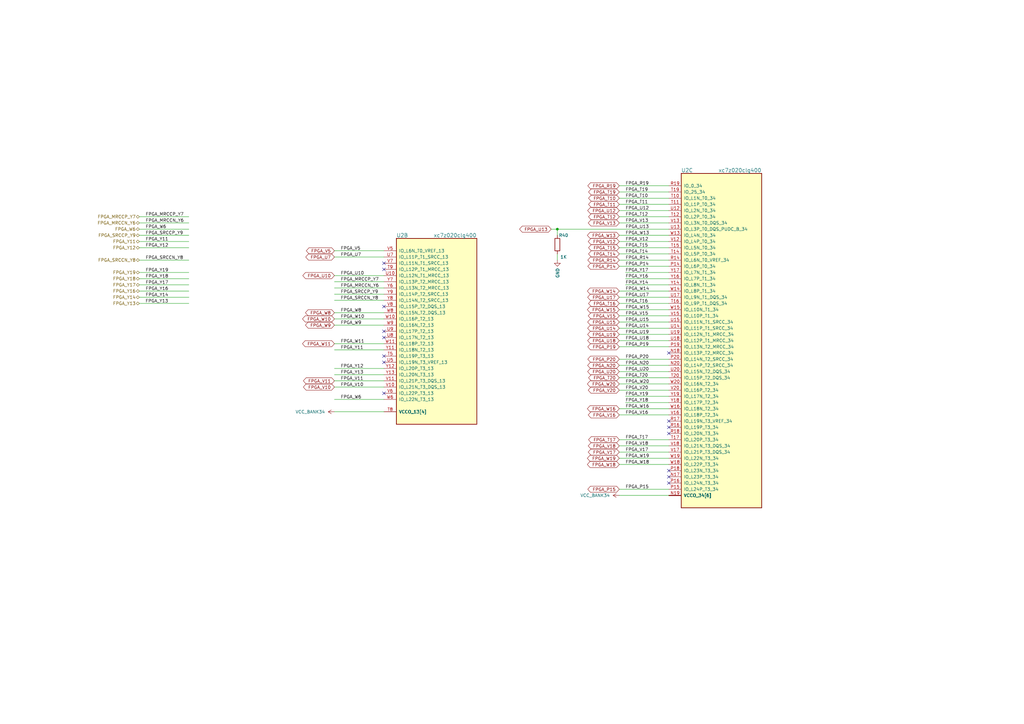
<source format=kicad_sch>
(kicad_sch (version 20220126) (generator eeschema)
  (paper "A3")
  (lib_symbols
    (symbol "7z010_ddr:VCC_BANK34" (power) (pin_names (offset 0))
      (property "Value" "VCC_BANK34" (at 3.81 0 90))
      (symbol "VCC_BANK34_0_1"
        (polyline (pts (xy -0.762 1.27) (xy 0 2.54)))
        (polyline (pts (xy 0 0) (xy 0 2.54)))
        (polyline (pts (xy 0 2.54) (xy 0.762 1.27)))
      )
      (symbol "VCC_BANK34_1_1"
        (pin power_in line (at 0 0 90) (length 0) hide (name "VCC_BANK34") (number "1"))
      )
    )
    (symbol "7z010_ddr:xc7z020clg400" (pin_names (offset 1.016))
      (property "Reference" "U" (at 2.54 6.35 0))
      (property "Value" "xc7z020clg400" (at 12.7 6.35 0))
      (symbol "xc7z020clg400_1_1"
        (rectangle (start 5.08 5.08) (end 38.1 -58.42) (stroke (width 0.3048)) (fill (type background)))
        (pin power_in line (at 0 -17.78 0) (length 5.08) (name "RSVDGND") (number "F10"))
        (pin power_in line (at 0 -40.64 0) (length 5.08) (name "VCCBATT_0") (number "F11"))
        (pin output line (at 0 -33.02 0) (length 5.08) (name "TDO_0") (number "F6"))
        (pin input line (at 0 -27.94 0) (length 5.08) (name "TCK_0") (number "F9"))
        (pin input line (at 0 -30.48 0) (length 5.08) (name "TDI_0") (number "G6"))
        (pin power_in line (at 0 -10.16 0) (length 5.08) (name "GNDADC_0") (number "J10"))
        (pin input line (at 0 -35.56 0) (length 5.08) (name "TMS_0") (number "J6"))
        (pin power_in line (at 0 -38.1 0) (length 5.08) (name "VCCADC_0") (number "J9"))
        (pin input line (at 0 -50.8 0) (length 5.08) (name "VREFN_0") (number "K10"))
        (pin power_in line (at 0 -43.18 0) (length 5.08) (name "VCCO_0") (number "K6"))
        (pin input line (at 0 -48.26 0) (length 5.08) (name "VP_0") (number "K9"))
        (pin input line (at 0 -45.72 0) (length 5.08) (name "VN_0") (number "L10"))
        (pin input line (at 0 -15.24 0) (length 5.08) (name "PROGRAM_B_0") (number "L6"))
        (pin input line (at 0 -53.34 0) (length 5.08) (name "VREFP_0") (number "L9"))
        (pin passive line (at 0 -5.08 0) (length 5.08) (name "DXN_0") (number "M10"))
        (pin input line (at 0 0 0) (length 5.08) (name "CFGBVS_0") (number "M6"))
        (pin passive line (at 0 -7.62 0) (length 5.08) (name "DXP_0") (number "M9"))
        (pin power_in line (at 0 -25.4 0) (length 5.08) (name "RSVDVCC3") (number "N6"))
        (pin input line (at 0 -12.7 0) (length 5.08) (name "INIT_B_0") (number "R10"))
        (pin output line (at 0 -2.54 0) (length 5.08) (name "DONE_0") (number "R11"))
        (pin power_in line (at 0 -22.86 0) (length 5.08) (name "RSVDVCC2") (number "R6"))
        (pin power_in line (at 0 -20.32 0) (length 5.08) (name "RSVDVCC1") (number "T6"))
      )
      (symbol "xc7z020clg400_2_1"
        (rectangle (start 5.08 5.08) (end 38.1 -71.12) (stroke (width 0.3048)) (fill (type background)))
        (pin bidirectional line (at 0 -43.18 0) (length 5.08) (name "IO_L19P_T3_13") (number "T5"))
        (pin power_in line (at 0 -66.04 0) (length 5.08) (name "VCCO_13[4]") (number "T8"))
        (pin bidirectional line (at 0 -7.62 0) (length 5.08) (name "IO_L12P_T1_MRCC_13") (number "T9"))
        (pin bidirectional line (at 0 -10.16 0) (length 5.08) (name "IO_L12N_T1_MRCC_13") (number "U10"))
        (pin power_in line (at 0 -66.04 0) (length 5.08) (name "VCCO_13[4]") (number "U11"))
        (pin bidirectional line (at 0 -45.72 0) (length 5.08) (name "IO_L19N_T3_VREF_13") (number "U5"))
        (pin bidirectional line (at 0 -2.54 0) (length 5.08) (name "IO_L11P_T1_SRCC_13") (number "U7"))
        (pin bidirectional line (at 0 -35.56 0) (length 5.08) (name "IO_L17N_T2_13") (number "U8"))
        (pin bidirectional line (at 0 -33.02 0) (length 5.08) (name "IO_L17P_T2_13") (number "U9"))
        (pin bidirectional line (at 0 -55.88 0) (length 5.08) (name "IO_L21N_T3_DQS_13") (number "V10"))
        (pin bidirectional line (at 0 -53.34 0) (length 5.08) (name "IO_L21P_T3_DQS_13") (number "V11"))
        (pin bidirectional line (at 0 0 0) (length 5.08) (name "IO_L6N_T0_VREF_13") (number "V5"))
        (pin bidirectional line (at 0 -58.42 0) (length 5.08) (name "IO_L22P_T3_13") (number "V6"))
        (pin bidirectional line (at 0 -5.08 0) (length 5.08) (name "IO_L11N_T1_SRCC_13") (number "V7"))
        (pin bidirectional line (at 0 -22.86 0) (length 5.08) (name "IO_L15P_T2_DQS_13") (number "V8"))
        (pin bidirectional line (at 0 -27.94 0) (length 5.08) (name "IO_L16P_T2_13") (number "W10"))
        (pin bidirectional line (at 0 -38.1 0) (length 5.08) (name "IO_L18P_T2_13") (number "W11"))
        (pin bidirectional line (at 0 -60.96 0) (length 5.08) (name "IO_L22N_T3_13") (number "W6"))
        (pin power_in line (at 0 -66.04 0) (length 5.08) (name "VCCO_13[4]") (number "W7"))
        (pin bidirectional line (at 0 -25.4 0) (length 5.08) (name "IO_L15N_T2_DQS_13") (number "W8"))
        (pin bidirectional line (at 0 -30.48 0) (length 5.08) (name "IO_L16N_T2_13") (number "W9"))
        (pin power_in line (at 0 -66.04 0) (length 5.08) (name "VCCO_13[4]") (number "Y10"))
        (pin bidirectional line (at 0 -40.64 0) (length 5.08) (name "IO_L18N_T2_13") (number "Y11"))
        (pin bidirectional line (at 0 -48.26 0) (length 5.08) (name "IO_L20P_T3_13") (number "Y12"))
        (pin bidirectional line (at 0 -50.8 0) (length 5.08) (name "IO_L20N_T3_13") (number "Y13"))
        (pin bidirectional line (at 0 -15.24 0) (length 5.08) (name "IO_L13N_T2_MRCC_13") (number "Y6"))
        (pin bidirectional line (at 0 -12.7 0) (length 5.08) (name "IO_L13P_T2_MRCC_13") (number "Y7"))
        (pin bidirectional line (at 0 -20.32 0) (length 5.08) (name "IO_L14N_T2_SRCC_13") (number "Y8"))
        (pin bidirectional line (at 0 -17.78 0) (length 5.08) (name "IO_L14P_T2_SRCC_13") (number "Y9"))
      )
      (symbol "xc7z020clg400_3_1"
        (rectangle (start 5.08 5.08) (end 38.1 -132.08) (stroke (width 0.3048)) (fill (type background)))
        (pin bidirectional line (at 0 -119.38 0) (length 5.08) (name "IO_L23P_T3_34") (number "N17"))
        (pin bidirectional line (at 0 -68.58 0) (length 5.08) (name "IO_L13P_T2_MRCC_34") (number "N18"))
        (pin power_in line (at 0 -127 0) (length 5.08) (name "VCCO_34[6]") (number "N19"))
        (pin bidirectional line (at 0 -73.66 0) (length 5.08) (name "IO_L14P_T2_SRCC_34") (number "N20"))
        (pin bidirectional line (at 0 -33.02 0) (length 5.08) (name "IO_L6P_T0_34") (number "P14"))
        (pin bidirectional line (at 0 -124.46 0) (length 5.08) (name "IO_L24P_T3_34") (number "P15"))
        (pin bidirectional line (at 0 -121.92 0) (length 5.08) (name "IO_L24N_T3_34") (number "P16"))
        (pin bidirectional line (at 0 -116.84 0) (length 5.08) (name "IO_L23N_T3_34") (number "P18"))
        (pin bidirectional line (at 0 -66.04 0) (length 5.08) (name "IO_L13N_T2_MRCC_34") (number "P19"))
        (pin bidirectional line (at 0 -71.12 0) (length 5.08) (name "IO_L14N_T2_SRCC_34") (number "P20"))
        (pin bidirectional line (at 0 -30.48 0) (length 5.08) (name "IO_L6N_T0_VREF_34") (number "R14"))
        (pin power_in line (at 0 -127 0) (length 5.08) (name "VCCO_34[6]") (number "R15"))
        (pin bidirectional line (at 0 -99.06 0) (length 5.08) (name "IO_L19P_T3_34") (number "R16"))
        (pin bidirectional line (at 0 -96.52 0) (length 5.08) (name "IO_L19N_T3_VREF_34") (number "R17"))
        (pin bidirectional line (at 0 -101.6 0) (length 5.08) (name "IO_L20N_T3_34") (number "R18"))
        (pin bidirectional line (at 0 0 0) (length 5.08) (name "IO_0_34") (number "R19"))
        (pin bidirectional line (at 0 -5.08 0) (length 5.08) (name "IO_L1N_T0_34") (number "T10"))
        (pin bidirectional line (at 0 -7.62 0) (length 5.08) (name "IO_L1P_T0_34") (number "T11"))
        (pin bidirectional line (at 0 -12.7 0) (length 5.08) (name "IO_L2P_T0_34") (number "T12"))
        (pin bidirectional line (at 0 -27.94 0) (length 5.08) (name "IO_L5P_T0_34") (number "T14"))
        (pin bidirectional line (at 0 -25.4 0) (length 5.08) (name "IO_L5N_T0_34") (number "T15"))
        (pin bidirectional line (at 0 -48.26 0) (length 5.08) (name "IO_L9P_T1_DQS_34") (number "T16"))
        (pin bidirectional line (at 0 -104.14 0) (length 5.08) (name "IO_L20P_T3_34") (number "T17"))
        (pin power_in line (at 0 -127 0) (length 5.08) (name "VCCO_34[6]") (number "T18"))
        (pin bidirectional line (at 0 -2.54 0) (length 5.08) (name "IO_25_34") (number "T19"))
        (pin bidirectional line (at 0 -78.74 0) (length 5.08) (name "IO_L15P_T2_DQS_34") (number "T20"))
        (pin bidirectional line (at 0 -10.16 0) (length 5.08) (name "IO_L2N_T0_34") (number "U12"))
        (pin bidirectional line (at 0 -17.78 0) (length 5.08) (name "IO_L3P_T0_DQS_PUDC_B_34") (number "U13"))
        (pin bidirectional line (at 0 -58.42 0) (length 5.08) (name "IO_L11P_T1_SRCC_34") (number "U14"))
        (pin bidirectional line (at 0 -55.88 0) (length 5.08) (name "IO_L11N_T1_SRCC_34") (number "U15"))
        (pin bidirectional line (at 0 -45.72 0) (length 5.08) (name "IO_L9N_T1_DQS_34") (number "U17"))
        (pin bidirectional line (at 0 -63.5 0) (length 5.08) (name "IO_L12P_T1_MRCC_34") (number "U18"))
        (pin bidirectional line (at 0 -60.96 0) (length 5.08) (name "IO_L12N_T1_MRCC_34") (number "U19"))
        (pin bidirectional line (at 0 -76.2 0) (length 5.08) (name "IO_L15N_T2_DQS_34") (number "U20"))
        (pin bidirectional line (at 0 -22.86 0) (length 5.08) (name "IO_L4P_T0_34") (number "V12"))
        (pin bidirectional line (at 0 -15.24 0) (length 5.08) (name "IO_L3N_T0_DQS_34") (number "V13"))
        (pin power_in line (at 0 -127 0) (length 5.08) (name "VCCO_34[6]") (number "V14"))
        (pin bidirectional line (at 0 -53.34 0) (length 5.08) (name "IO_L10P_T1_34") (number "V15"))
        (pin bidirectional line (at 0 -93.98 0) (length 5.08) (name "IO_L18P_T2_34") (number "V16"))
        (pin bidirectional line (at 0 -109.22 0) (length 5.08) (name "IO_L21P_T3_DQS_34") (number "V17"))
        (pin bidirectional line (at 0 -106.68 0) (length 5.08) (name "IO_L21N_T3_DQS_34") (number "V18"))
        (pin bidirectional line (at 0 -83.82 0) (length 5.08) (name "IO_L16P_T2_34") (number "V20"))
        (pin bidirectional line (at 0 -20.32 0) (length 5.08) (name "IO_L4N_T0_34") (number "W13"))
        (pin bidirectional line (at 0 -43.18 0) (length 5.08) (name "IO_L8P_T1_34") (number "W14"))
        (pin bidirectional line (at 0 -50.8 0) (length 5.08) (name "IO_L10N_T1_34") (number "W15"))
        (pin bidirectional line (at 0 -91.44 0) (length 5.08) (name "IO_L18N_T2_34") (number "W16"))
        (pin power_in line (at 0 -127 0) (length 5.08) (name "VCCO_34[6]") (number "W17"))
        (pin bidirectional line (at 0 -114.3 0) (length 5.08) (name "IO_L22P_T3_34") (number "W18"))
        (pin bidirectional line (at 0 -111.76 0) (length 5.08) (name "IO_L22N_T3_34") (number "W19"))
        (pin bidirectional line (at 0 -81.28 0) (length 5.08) (name "IO_L16N_T2_34") (number "W20"))
        (pin bidirectional line (at 0 -40.64 0) (length 5.08) (name "IO_L8N_T1_34") (number "Y14"))
        (pin bidirectional line (at 0 -38.1 0) (length 5.08) (name "IO_L7P_T1_34") (number "Y16"))
        (pin bidirectional line (at 0 -35.56 0) (length 5.08) (name "IO_L7N_T1_34") (number "Y17"))
        (pin bidirectional line (at 0 -88.9 0) (length 5.08) (name "IO_L17P_T2_34") (number "Y18"))
        (pin bidirectional line (at 0 -86.36 0) (length 5.08) (name "IO_L17N_T2_34") (number "Y19"))
        (pin power_in line (at 0 -127 0) (length 5.08) (name "VCCO_34[6]") (number "Y20"))
      )
      (symbol "xc7z020clg400_4_1"
        (rectangle (start 5.08 5.08) (end 38.1 -132.08) (stroke (width 0.3048)) (fill (type background)))
        (pin bidirectional line (at 0 -10.16 0) (length 5.08) (name "IO_L2N_T0_AD8N_35") (number "A20"))
        (pin bidirectional line (at 0 -12.7 0) (length 5.08) (name "IO_L2P_T0_AD8P_35") (number "B19"))
        (pin bidirectional line (at 0 -5.08 0) (length 5.08) (name "IO_L1N_T0_AD0N_35") (number "B20"))
        (pin power_in line (at 0 -127 0) (length 5.08) (name "VCCO_35[6]") (number "C19"))
        (pin bidirectional line (at 0 -7.62 0) (length 5.08) (name "IO_L1P_T0_AD0P_35") (number "C20"))
        (pin bidirectional line (at 0 -15.24 0) (length 5.08) (name "IO_L3N_T0_DQS_AD1N_35") (number "D18"))
        (pin bidirectional line (at 0 -22.86 0) (length 5.08) (name "IO_L4P_T0_35") (number "D19"))
        (pin bidirectional line (at 0 -20.32 0) (length 5.08) (name "IO_L4N_T0_35") (number "D20"))
        (pin bidirectional line (at 0 -17.78 0) (length 5.08) (name "IO_L3P_T0_DQS_AD1P_35") (number "E17"))
        (pin bidirectional line (at 0 -27.94 0) (length 5.08) (name "IO_L5P_T0_AD9P_35") (number "E18"))
        (pin bidirectional line (at 0 -25.4 0) (length 5.08) (name "IO_L5N_T0_AD9N_35") (number "E19"))
        (pin bidirectional line (at 0 -33.02 0) (length 5.08) (name "IO_L6P_T0_35") (number "F16"))
        (pin bidirectional line (at 0 -30.48 0) (length 5.08) (name "IO_L6N_T0_VREF_35") (number "F17"))
        (pin power_in line (at 0 -127 0) (length 5.08) (name "VCCO_35[6]") (number "F18"))
        (pin bidirectional line (at 0 -78.74 0) (length 5.08) (name "IO_L15P_T2_DQS_AD12P_35") (number "F19"))
        (pin bidirectional line (at 0 -76.2 0) (length 5.08) (name "IO_L15N_T2_DQS_AD12N_35") (number "F20"))
        (pin bidirectional line (at 0 0 0) (length 5.08) (name "IO_0_35") (number "G14"))
        (pin bidirectional line (at 0 -96.52 0) (length 5.08) (name "IO_L19N_T3_VREF_35") (number "G15"))
        (pin bidirectional line (at 0 -83.82 0) (length 5.08) (name "IO_L16P_T2_35") (number "G17"))
        (pin bidirectional line (at 0 -81.28 0) (length 5.08) (name "IO_L16N_T2_35") (number "G18"))
        (pin bidirectional line (at 0 -93.98 0) (length 5.08) (name "IO_L18P_T2_AD13P_35") (number "G19"))
        (pin bidirectional line (at 0 -91.44 0) (length 5.08) (name "IO_L18N_T2_AD13N_35") (number "G20"))
        (pin power_in line (at 0 -127 0) (length 5.08) (name "VCCO_35[6]") (number "H14"))
        (pin bidirectional line (at 0 -99.06 0) (length 5.08) (name "IO_L19P_T3_35") (number "H15"))
        (pin bidirectional line (at 0 -68.58 0) (length 5.08) (name "IO_L13P_T2_MRCC_35") (number "H16"))
        (pin bidirectional line (at 0 -66.04 0) (length 5.08) (name "IO_L13N_T2_MRCC_35") (number "H17"))
        (pin bidirectional line (at 0 -71.12 0) (length 5.08) (name "IO_L14N_T2_AD4N_SRCC_35") (number "H18"))
        (pin bidirectional line (at 0 -86.36 0) (length 5.08) (name "IO_L17N_T2_AD5N_35") (number "H20"))
        (pin bidirectional line (at 0 -101.6 0) (length 5.08) (name "IO_L20N_T3_AD6N_35") (number "J14"))
        (pin bidirectional line (at 0 -2.54 0) (length 5.08) (name "IO_25_35") (number "J15"))
        (pin bidirectional line (at 0 -121.92 0) (length 5.08) (name "IO_L24N_T3_AD15N_35") (number "J16"))
        (pin power_in line (at 0 -127 0) (length 5.08) (name "VCCO_35[6]") (number "J17"))
        (pin bidirectional line (at 0 -73.66 0) (length 5.08) (name "IO_L14P_T2_AD4P_SRCC_35") (number "J18"))
        (pin bidirectional line (at 0 -50.8 0) (length 5.08) (name "IO_L10N_T1_AD11N_35") (number "J19"))
        (pin bidirectional line (at 0 -88.9 0) (length 5.08) (name "IO_L17P_T2_AD5P_35") (number "J20"))
        (pin bidirectional line (at 0 -104.14 0) (length 5.08) (name "IO_L20P_T3_AD6P_35") (number "K14"))
        (pin bidirectional line (at 0 -124.46 0) (length 5.08) (name "IO_L24P_T3_AD15P_35") (number "K16"))
        (pin bidirectional line (at 0 -63.5 0) (length 5.08) (name "IO_L12P_T1_MRCC_35") (number "K17"))
        (pin bidirectional line (at 0 -60.96 0) (length 5.08) (name "IO_L12N_T1_MRCC_35") (number "K18"))
        (pin bidirectional line (at 0 -53.34 0) (length 5.08) (name "IO_L10P_T1_AD11P_35") (number "K19"))
        (pin power_in line (at 0 -127 0) (length 5.08) (name "VCCO_35[6]") (number "K20"))
        (pin bidirectional line (at 0 -114.3 0) (length 5.08) (name "IO_L22P_T3_AD7P_35") (number "L14"))
        (pin bidirectional line (at 0 -111.76 0) (length 5.08) (name "IO_L22N_T3_AD7N_35") (number "L15"))
        (pin bidirectional line (at 0 -58.42 0) (length 5.08) (name "IO_L11P_T1_SRCC_35") (number "L16"))
        (pin bidirectional line (at 0 -55.88 0) (length 5.08) (name "IO_L11N_T1_SRCC_35") (number "L17"))
        (pin bidirectional line (at 0 -48.26 0) (length 5.08) (name "IO_L9P_T1_DQS_AD3P_35") (number "L19"))
        (pin bidirectional line (at 0 -45.72 0) (length 5.08) (name "IO_L9N_T1_DQS_AD3N_35") (number "L20"))
        (pin bidirectional line (at 0 -119.38 0) (length 5.08) (name "IO_L23P_T3_35") (number "M14"))
        (pin bidirectional line (at 0 -116.84 0) (length 5.08) (name "IO_L23N_T3_35") (number "M15"))
        (pin power_in line (at 0 -127 0) (length 5.08) (name "VCCO_35[6]") (number "M16"))
        (pin bidirectional line (at 0 -43.18 0) (length 5.08) (name "IO_L8P_T1_AD10P_35") (number "M17"))
        (pin bidirectional line (at 0 -40.64 0) (length 5.08) (name "IO_L8N_T1_AD10N_35") (number "M18"))
        (pin bidirectional line (at 0 -38.1 0) (length 5.08) (name "IO_L7P_T1_AD2P_35") (number "M19"))
        (pin bidirectional line (at 0 -35.56 0) (length 5.08) (name "IO_L7N_T1_AD2N_35") (number "M20"))
        (pin bidirectional line (at 0 -109.22 0) (length 5.08) (name "IO_L21P_T3_DQS_AD14P_35") (number "N15"))
        (pin bidirectional line (at 0 -106.68 0) (length 5.08) (name "IO_L21N_T3_DQS_AD14N_35") (number "N16"))
      )
      (symbol "xc7z020clg400_5_1"
        (rectangle (start 5.08 5.08) (end 38.1 -50.8) (stroke (width 0.3048)) (fill (type background)))
        (pin bidirectional line (at 0 -17.78 0) (length 5.08) (name "PS_MIO6_500") (number "A5"))
        (pin bidirectional line (at 0 -15.24 0) (length 5.08) (name "PS_MIO5_500") (number "A6"))
        (pin bidirectional line (at 0 -5.08 0) (length 5.08) (name "PS_MIO1_500") (number "A7"))
        (pin bidirectional line (at 0 -25.4 0) (length 5.08) (name "PS_MIO9_500") (number "B5"))
        (pin power_in line (at 0 -45.72 0) (length 5.08) (name "VCCO_MIO0_500[2]") (number "B6"))
        (pin bidirectional line (at 0 -12.7 0) (length 5.08) (name "PS_MIO4_500") (number "B7"))
        (pin bidirectional line (at 0 -7.62 0) (length 5.08) (name "PS_MIO2_500") (number "B8"))
        (pin bidirectional line (at 0 -38.1 0) (length 5.08) (name "PS_MIO14_500") (number "C5"))
        (pin bidirectional line (at 0 -30.48 0) (length 5.08) (name "PS_MIO11_500") (number "C6"))
        (pin input line (at 0 -43.18 0) (length 5.08) (name "PS_POR_B_500") (number "C7"))
        (pin bidirectional line (at 0 -40.64 0) (length 5.08) (name "PS_MIO15_500") (number "C8"))
        (pin bidirectional line (at 0 -22.86 0) (length 5.08) (name "PS_MIO8_500") (number "D5"))
        (pin bidirectional line (at 0 -10.16 0) (length 5.08) (name "PS_MIO3_500") (number "D6"))
        (pin power_in line (at 0 -45.72 0) (length 5.08) (name "VCCO_MIO0_500[2]") (number "D7"))
        (pin bidirectional line (at 0 -20.32 0) (length 5.08) (name "PS_MIO7_500") (number "D8"))
        (pin bidirectional line (at 0 -33.02 0) (length 5.08) (name "PS_MIO12_500") (number "D9"))
        (pin bidirectional line (at 0 -2.54 0) (length 5.08) (name "PS_MIO0_500") (number "E6"))
        (pin input line (at 0 0 0) (length 5.08) (name "PS_CLK_500") (number "E7"))
        (pin bidirectional line (at 0 -35.56 0) (length 5.08) (name "PS_MIO13_500") (number "E8"))
        (pin bidirectional line (at 0 -27.94 0) (length 5.08) (name "PS_MIO10_500") (number "E9"))
      )
      (symbol "xc7z020clg400_6_1"
        (rectangle (start 5.08 5.08) (end 38.1 -106.68) (stroke (width 0.3048)) (fill (type background)))
        (pin bidirectional line (at 0 -53.34 0) (length 5.08) (name "PS_MIO37_501") (number "A10"))
        (pin bidirectional line (at 0 -50.8 0) (length 5.08) (name "PS_MIO36_501") (number "A11"))
        (pin bidirectional line (at 0 -45.72 0) (length 5.08) (name "PS_MIO34_501") (number "A12"))
        (pin power_in line (at 0 -101.6 0) (length 5.08) (name "VCCO_MIO1_501[4]") (number "A13"))
        (pin bidirectional line (at 0 -40.64 0) (length 5.08) (name "PS_MIO32_501") (number "A14"))
        (pin bidirectional line (at 0 -25.4 0) (length 5.08) (name "PS_MIO26_501") (number "A15"))
        (pin bidirectional line (at 0 -20.32 0) (length 5.08) (name "PS_MIO24_501") (number "A16"))
        (pin bidirectional line (at 0 -10.16 0) (length 5.08) (name "PS_MIO20_501") (number "A17"))
        (pin bidirectional line (at 0 0 0) (length 5.08) (name "PS_MIO16_501") (number "A19"))
        (pin bidirectional line (at 0 -68.58 0) (length 5.08) (name "PS_MIO43_501") (number "A9"))
        (pin input line (at 0 -99.06 0) (length 5.08) (name "PS_SRST_B_501") (number "B10"))
        (pin bidirectional line (at 0 -81.28 0) (length 5.08) (name "PS_MIO48_501") (number "B12"))
        (pin bidirectional line (at 0 -86.36 0) (length 5.08) (name "PS_MIO50_501") (number "B13"))
        (pin bidirectional line (at 0 -78.74 0) (length 5.08) (name "PS_MIO47_501") (number "B14"))
        (pin bidirectional line (at 0 -73.66 0) (length 5.08) (name "PS_MIO45_501") (number "B15"))
        (pin power_in line (at 0 -101.6 0) (length 5.08) (name "VCCO_MIO1_501[4]") (number "B16"))
        (pin bidirectional line (at 0 -15.24 0) (length 5.08) (name "PS_MIO22_501") (number "B17"))
        (pin bidirectional line (at 0 -5.08 0) (length 5.08) (name "PS_MIO18_501") (number "B18"))
        (pin bidirectional line (at 0 -88.9 0) (length 5.08) (name "PS_MIO51_501") (number "B9"))
        (pin bidirectional line (at 0 -91.44 0) (length 5.08) (name "PS_MIO52_501") (number "C10"))
        (pin bidirectional line (at 0 -93.98 0) (length 5.08) (name "PS_MIO53_501") (number "C11"))
        (pin bidirectional line (at 0 -83.82 0) (length 5.08) (name "PS_MIO49_501") (number "C12"))
        (pin bidirectional line (at 0 -33.02 0) (length 5.08) (name "PS_MIO29_501") (number "C13"))
        (pin bidirectional line (at 0 -35.56 0) (length 5.08) (name "PS_MIO30_501") (number "C15"))
        (pin bidirectional line (at 0 -30.48 0) (length 5.08) (name "PS_MIO28_501") (number "C16"))
        (pin bidirectional line (at 0 -63.5 0) (length 5.08) (name "PS_MIO41_501") (number "C17"))
        (pin bidirectional line (at 0 -58.42 0) (length 5.08) (name "PS_MIO39_501") (number "C18"))
        (pin bidirectional line (at 0 -7.62 0) (length 5.08) (name "PS_MIO19_501") (number "D10"))
        (pin bidirectional line (at 0 -17.78 0) (length 5.08) (name "PS_MIO23_501") (number "D11"))
        (pin power_in line (at 0 -101.6 0) (length 5.08) (name "VCCO_MIO1_501[4]") (number "D12"))
        (pin bidirectional line (at 0 -27.94 0) (length 5.08) (name "PS_MIO27_501") (number "D13"))
        (pin bidirectional line (at 0 -60.96 0) (length 5.08) (name "PS_MIO40_501") (number "D14"))
        (pin bidirectional line (at 0 -43.18 0) (length 5.08) (name "PS_MIO33_501") (number "D15"))
        (pin bidirectional line (at 0 -76.2 0) (length 5.08) (name "PS_MIO46_501") (number "D16"))
        (pin power_in line (at 0 -96.52 0) (length 5.08) (name "PS_MIO_VREF_501") (number "E11"))
        (pin bidirectional line (at 0 -66.04 0) (length 5.08) (name "PS_MIO42_501") (number "E12"))
        (pin bidirectional line (at 0 -55.88 0) (length 5.08) (name "PS_MIO38_501") (number "E13"))
        (pin bidirectional line (at 0 -2.54 0) (length 5.08) (name "PS_MIO17_501") (number "E14"))
        (pin power_in line (at 0 -101.6 0) (length 5.08) (name "VCCO_MIO1_501[4]") (number "E15"))
        (pin bidirectional line (at 0 -38.1 0) (length 5.08) (name "PS_MIO31_501") (number "E16"))
        (pin bidirectional line (at 0 -48.26 0) (length 5.08) (name "PS_MIO35_501") (number "F12"))
        (pin bidirectional line (at 0 -71.12 0) (length 5.08) (name "PS_MIO44_501") (number "F13"))
        (pin bidirectional line (at 0 -12.7 0) (length 5.08) (name "PS_MIO21_501") (number "F14"))
        (pin bidirectional line (at 0 -22.86 0) (length 5.08) (name "PS_MIO25_501") (number "F15"))
      )
      (symbol "xc7z020clg400_7_1"
        (rectangle (start 5.08 5.08) (end 38.1 -195.58) (stroke (width 0.3048)) (fill (type background)))
        (pin output line (at 0 -58.42 0) (length 5.08) (name "PS_DDR_DM0_502") (number "A1"))
        (pin bidirectional line (at 0 -73.66 0) (length 5.08) (name "PS_DDR_DQ2_502") (number "A2"))
        (pin power_in line (at 0 -190.5 0) (length 5.08) (name "VCCO_DDR_502[10]") (number "A3"))
        (pin bidirectional line (at 0 -76.2 0) (length 5.08) (name "PS_DDR_DQ3_502") (number "A4"))
        (pin bidirectional line (at 0 -149.86 0) (length 5.08) (name "PS_DDR_DQS_N0_502") (number "B2"))
        (pin bidirectional line (at 0 -71.12 0) (length 5.08) (name "PS_DDR_DQ1_502") (number "B3"))
        (pin output line (at 0 -170.18 0) (length 5.08) (name "PS_DDR_DRST_B_502") (number "B4"))
        (pin bidirectional line (at 0 -83.82 0) (length 5.08) (name "PS_DDR_DQ6_502") (number "C1"))
        (pin bidirectional line (at 0 -160.02 0) (length 5.08) (name "PS_DDR_DQS_P0_502") (number "C2"))
        (pin bidirectional line (at 0 -68.58 0) (length 5.08) (name "PS_DDR_DQ0_502") (number "C3"))
        (pin bidirectional line (at 0 -81.28 0) (length 5.08) (name "PS_DDR_DQ5_502") (number "D1"))
        (pin power_in line (at 0 -190.5 0) (length 5.08) (name "VCCO_DDR_502[10]") (number "D2"))
        (pin bidirectional line (at 0 -78.74 0) (length 5.08) (name "PS_DDR_DQ4_502") (number "D3"))
        (pin output line (at 0 -33.02 0) (length 5.08) (name "PS_DDR_A13_502") (number "D4"))
        (pin bidirectional line (at 0 -86.36 0) (length 5.08) (name "PS_DDR_DQ7_502") (number "E1"))
        (pin bidirectional line (at 0 -88.9 0) (length 5.08) (name "PS_DDR_DQ8_502") (number "E2"))
        (pin bidirectional line (at 0 -91.44 0) (length 5.08) (name "PS_DDR_DQ9_502") (number "E3"))
        (pin output line (at 0 -30.48 0) (length 5.08) (name "PS_DDR_A12_502") (number "E4"))
        (pin power_in line (at 0 -190.5 0) (length 5.08) (name "VCCO_DDR_502[10]") (number "E5"))
        (pin output line (at 0 -60.96 0) (length 5.08) (name "PS_DDR_DM1_502") (number "F1"))
        (pin bidirectional line (at 0 -152.4 0) (length 5.08) (name "PS_DDR_DQS_N1_502") (number "F2"))
        (pin output line (at 0 -35.56 0) (length 5.08) (name "PS_DDR_A14_502") (number "F4"))
        (pin output line (at 0 -25.4 0) (length 5.08) (name "PS_DDR_A10_502") (number "F5"))
        (pin power_in line (at 0 -190.5 0) (length 5.08) (name "VCCO_DDR_502[10]") (number "G1"))
        (pin bidirectional line (at 0 -162.56 0) (length 5.08) (name "PS_DDR_DQS_P1_502") (number "G2"))
        (pin bidirectional line (at 0 -93.98 0) (length 5.08) (name "PS_DDR_DQ10_502") (number "G3"))
        (pin output line (at 0 -27.94 0) (length 5.08) (name "PS_DDR_A11_502") (number "G4"))
        (pin power_out line (at 0 -182.88 0) (length 5.08) (name "PS_DDR_VRN_502") (number "G5"))
        (pin bidirectional line (at 0 -104.14 0) (length 5.08) (name "PS_DDR_DQ14_502") (number "H1"))
        (pin bidirectional line (at 0 -101.6 0) (length 5.08) (name "PS_DDR_DQ13_502") (number "H2"))
        (pin bidirectional line (at 0 -96.52 0) (length 5.08) (name "PS_DDR_DQ11_502") (number "H3"))
        (pin power_in line (at 0 -190.5 0) (length 5.08) (name "VCCO_DDR_502[10]") (number "H4"))
        (pin power_out line (at 0 -185.42 0) (length 5.08) (name "PS_DDR_VRP_502") (number "H5"))
        (pin power_in line (at 0 -177.8 0) (length 5.08) (name "PS_DDR_VREF0_502") (number "H6"))
        (pin bidirectional line (at 0 -106.68 0) (length 5.08) (name "PS_DDR_DQ15_502") (number "J1"))
        (pin bidirectional line (at 0 -99.06 0) (length 5.08) (name "PS_DDR_DQ12_502") (number "J3"))
        (pin output line (at 0 -22.86 0) (length 5.08) (name "PS_DDR_A9_502") (number "J4"))
        (pin output line (at 0 -43.18 0) (length 5.08) (name "PS_DDR_BA2_502") (number "J5"))
        (pin output line (at 0 -20.32 0) (length 5.08) (name "PS_DDR_A8_502") (number "K1"))
        (pin output line (at 0 -2.54 0) (length 5.08) (name "PS_DDR_A1_502") (number "K2"))
        (pin output line (at 0 -7.62 0) (length 5.08) (name "PS_DDR_A3_502") (number "K3"))
        (pin output line (at 0 -17.78 0) (length 5.08) (name "PS_DDR_A7_502") (number "K4"))
        (pin output line (at 0 -12.7 0) (length 5.08) (name "PS_DDR_A5_502") (number "L1"))
        (pin output line (at 0 -53.34 0) (length 5.08) (name "PS_DDR_CKP_502") (number "L2"))
        (pin power_in line (at 0 -190.5 0) (length 5.08) (name "VCCO_DDR_502[10]") (number "L3"))
        (pin output line (at 0 -15.24 0) (length 5.08) (name "PS_DDR_A6_502") (number "L4"))
        (pin output line (at 0 -38.1 0) (length 5.08) (name "PS_DDR_BA0_502") (number "L5"))
        (pin output line (at 0 -50.8 0) (length 5.08) (name "PS_DDR_CKN_502") (number "M2"))
        (pin output line (at 0 -5.08 0) (length 5.08) (name "PS_DDR_A2_502") (number "M3"))
        (pin output line (at 0 -10.16 0) (length 5.08) (name "PS_DDR_A4_502") (number "M4"))
        (pin output line (at 0 -187.96 0) (length 5.08) (name "PS_DDR_WE_B_502") (number "M5"))
        (pin output line (at 0 -55.88 0) (length 5.08) (name "PS_DDR_CS_B_502") (number "N1"))
        (pin output line (at 0 0 0) (length 5.08) (name "PS_DDR_A0_502") (number "N2"))
        (pin output line (at 0 -48.26 0) (length 5.08) (name "PS_DDR_CKE_502") (number "N3"))
        (pin output line (at 0 -172.72 0) (length 5.08) (name "PS_DDR_ODT_502") (number "N5"))
        (pin bidirectional line (at 0 -109.22 0) (length 5.08) (name "PS_DDR_DQ16_502") (number "P1"))
        (pin power_in line (at 0 -190.5 0) (length 5.08) (name "VCCO_DDR_502[10]") (number "P2"))
        (pin bidirectional line (at 0 -111.76 0) (length 5.08) (name "PS_DDR_DQ17_502") (number "P3"))
        (pin output line (at 0 -175.26 0) (length 5.08) (name "PS_DDR_RAS_B_502") (number "P4"))
        (pin output line (at 0 -45.72 0) (length 5.08) (name "PS_DDR_CAS_B_502") (number "P5"))
        (pin power_in line (at 0 -180.34 0) (length 5.08) (name "PS_DDR_VREF1_502") (number "P6"))
        (pin bidirectional line (at 0 -116.84 0) (length 5.08) (name "PS_DDR_DQ19_502") (number "R1"))
        (pin bidirectional line (at 0 -165.1 0) (length 5.08) (name "PS_DDR_DQS_P2_502") (number "R2"))
        (pin bidirectional line (at 0 -114.3 0) (length 5.08) (name "PS_DDR_DQ18_502") (number "R3"))
        (pin output line (at 0 -40.64 0) (length 5.08) (name "PS_DDR_BA1_502") (number "R4"))
        (pin power_in line (at 0 -190.5 0) (length 5.08) (name "VCCO_DDR_502[10]") (number "R5"))
        (pin output line (at 0 -63.5 0) (length 5.08) (name "PS_DDR_DM2_502") (number "T1"))
        (pin bidirectional line (at 0 -154.94 0) (length 5.08) (name "PS_DDR_DQS_N2_502") (number "T2"))
        (pin bidirectional line (at 0 -119.38 0) (length 5.08) (name "PS_DDR_DQ20_502") (number "T4"))
        (pin power_in line (at 0 -190.5 0) (length 5.08) (name "VCCO_DDR_502[10]") (number "U1"))
        (pin bidirectional line (at 0 -124.46 0) (length 5.08) (name "PS_DDR_DQ22_502") (number "U2"))
        (pin bidirectional line (at 0 -127 0) (length 5.08) (name "PS_DDR_DQ23_502") (number "U3"))
        (pin bidirectional line (at 0 -121.92 0) (length 5.08) (name "PS_DDR_DQ21_502") (number "U4"))
        (pin bidirectional line (at 0 -129.54 0) (length 5.08) (name "PS_DDR_DQ24_502") (number "V1"))
        (pin bidirectional line (at 0 -144.78 0) (length 5.08) (name "PS_DDR_DQ30_502") (number "V2"))
        (pin bidirectional line (at 0 -147.32 0) (length 5.08) (name "PS_DDR_DQ31_502") (number "V3"))
        (pin power_in line (at 0 -190.5 0) (length 5.08) (name "VCCO_DDR_502[10]") (number "V4"))
        (pin bidirectional line (at 0 -134.62 0) (length 5.08) (name "PS_DDR_DQ26_502") (number "W1"))
        (pin bidirectional line (at 0 -142.24 0) (length 5.08) (name "PS_DDR_DQ29_502") (number "W3"))
        (pin bidirectional line (at 0 -157.48 0) (length 5.08) (name "PS_DDR_DQS_N3_502") (number "W4"))
        (pin bidirectional line (at 0 -167.64 0) (length 5.08) (name "PS_DDR_DQS_P3_502") (number "W5"))
        (pin output line (at 0 -66.04 0) (length 5.08) (name "PS_DDR_DM3_502") (number "Y1"))
        (pin bidirectional line (at 0 -139.7 0) (length 5.08) (name "PS_DDR_DQ28_502") (number "Y2"))
        (pin bidirectional line (at 0 -132.08 0) (length 5.08) (name "PS_DDR_DQ25_502") (number "Y3"))
        (pin bidirectional line (at 0 -137.16 0) (length 5.08) (name "PS_DDR_DQ27_502") (number "Y4"))
      )
      (symbol "xc7z020clg400_8_1"
        (rectangle (start 5.08 5.08) (end 38.1 -20.32) (stroke (width 0.3048)) (fill (type background)))
        (pin power_in line (at 0 0 0) (length 5.08) (name "GND[59]") (number "A18"))
        (pin power_in line (at 0 0 0) (length 5.08) (name "GND[59]") (number "A8"))
        (pin power_in line (at 0 0 0) (length 5.08) (name "GND[59]") (number "B1"))
        (pin power_in line (at 0 0 0) (length 5.08) (name "GND[59]") (number "B11"))
        (pin power_in line (at 0 0 0) (length 5.08) (name "GND[59]") (number "C14"))
        (pin power_in line (at 0 0 0) (length 5.08) (name "GND[59]") (number "C4"))
        (pin power_in line (at 0 0 0) (length 5.08) (name "GND[59]") (number "C9"))
        (pin power_in line (at 0 0 0) (length 5.08) (name "GND[59]") (number "D17"))
        (pin power_in line (at 0 0 0) (length 5.08) (name "GND[59]") (number "E10"))
        (pin power_in line (at 0 0 0) (length 5.08) (name "GND[59]") (number "E20"))
        (pin power_in line (at 0 0 0) (length 5.08) (name "GND[59]") (number "F3"))
        (pin power_in line (at 0 0 0) (length 5.08) (name "GND[59]") (number "F7"))
        (pin power_in line (at 0 -10.16 0) (length 5.08) (name "VCCPAUX[5]") (number "F8"))
        (pin power_in line (at 0 0 0) (length 5.08) (name "GND[59]") (number "G10"))
        (pin power_in line (at 0 -5.08 0) (length 5.08) (name "VCCBRAM[2]") (number "G11"))
        (pin power_in line (at 0 0 0) (length 5.08) (name "GND[59]") (number "G12"))
        (pin power_in line (at 0 -7.62 0) (length 5.08) (name "VCCINT[9]") (number "G13"))
        (pin power_in line (at 0 0 0) (length 5.08) (name "GND[59]") (number "G16"))
        (pin power_in line (at 0 -12.7 0) (length 5.08) (name "VCCPINT[6]") (number "G7"))
        (pin power_in line (at 0 -15.24 0) (length 5.08) (name "VCCPLL") (number "G8"))
        (pin power_in line (at 0 -10.16 0) (length 5.08) (name "VCCPAUX[5]") (number "G9"))
        (pin power_in line (at 0 -5.08 0) (length 5.08) (name "VCCBRAM[2]") (number "H10"))
        (pin power_in line (at 0 0 0) (length 5.08) (name "GND[59]") (number "H11"))
        (pin power_in line (at 0 -7.62 0) (length 5.08) (name "VCCINT[9]") (number "H12"))
        (pin power_in line (at 0 0 0) (length 5.08) (name "GND[59]") (number "H13"))
        (pin power_in line (at 0 0 0) (length 5.08) (name "GND[59]") (number "H19"))
        (pin power_in line (at 0 0 0) (length 5.08) (name "GND[59]") (number "H7"))
        (pin power_in line (at 0 -10.16 0) (length 5.08) (name "VCCPAUX[5]") (number "H8"))
        (pin power_in line (at 0 0 0) (length 5.08) (name "GND[59]") (number "H9"))
        (pin power_in line (at 0 -2.54 0) (length 5.08) (name "VCCAUX[6]") (number "J11"))
        (pin power_in line (at 0 0 0) (length 5.08) (name "GND[59]") (number "J12"))
        (pin power_in line (at 0 -7.62 0) (length 5.08) (name "VCCINT[9]") (number "J13"))
        (pin power_in line (at 0 0 0) (length 5.08) (name "GND[59]") (number "J2"))
        (pin power_in line (at 0 -12.7 0) (length 5.08) (name "VCCPINT[6]") (number "J7"))
        (pin power_in line (at 0 0 0) (length 5.08) (name "GND[59]") (number "J8"))
        (pin power_in line (at 0 0 0) (length 5.08) (name "GND[59]") (number "K11"))
        (pin power_in line (at 0 -7.62 0) (length 5.08) (name "VCCINT[9]") (number "K12"))
        (pin power_in line (at 0 0 0) (length 5.08) (name "GND[59]") (number "K13"))
        (pin power_in line (at 0 0 0) (length 5.08) (name "GND[59]") (number "K15"))
        (pin power_in line (at 0 0 0) (length 5.08) (name "GND[59]") (number "K5"))
        (pin power_in line (at 0 0 0) (length 5.08) (name "GND[59]") (number "K7"))
        (pin power_in line (at 0 -10.16 0) (length 5.08) (name "VCCPAUX[5]") (number "K8"))
        (pin power_in line (at 0 -2.54 0) (length 5.08) (name "VCCAUX[6]") (number "L11"))
        (pin power_in line (at 0 0 0) (length 5.08) (name "GND[59]") (number "L12"))
        (pin power_in line (at 0 -7.62 0) (length 5.08) (name "VCCINT[9]") (number "L13"))
        (pin power_in line (at 0 0 0) (length 5.08) (name "GND[59]") (number "L18"))
        (pin power_in line (at 0 -12.7 0) (length 5.08) (name "VCCPINT[6]") (number "L7"))
        (pin power_in line (at 0 0 0) (length 5.08) (name "GND[59]") (number "L8"))
        (pin power_in line (at 0 0 0) (length 5.08) (name "GND[59]") (number "M1"))
        (pin power_in line (at 0 0 0) (length 5.08) (name "GND[59]") (number "M11"))
        (pin power_in line (at 0 -7.62 0) (length 5.08) (name "VCCINT[9]") (number "M12"))
        (pin power_in line (at 0 0 0) (length 5.08) (name "GND[59]") (number "M13"))
        (pin power_in line (at 0 0 0) (length 5.08) (name "GND[59]") (number "M7"))
        (pin power_in line (at 0 -10.16 0) (length 5.08) (name "VCCPAUX[5]") (number "M8"))
        (pin power_in line (at 0 0 0) (length 5.08) (name "GND[59]") (number "N10"))
        (pin power_in line (at 0 -2.54 0) (length 5.08) (name "VCCAUX[6]") (number "N11"))
        (pin power_in line (at 0 0 0) (length 5.08) (name "GND[59]") (number "N12"))
        (pin power_in line (at 0 -7.62 0) (length 5.08) (name "VCCINT[9]") (number "N13"))
        (pin power_in line (at 0 0 0) (length 5.08) (name "GND[59]") (number "N14"))
        (pin power_in line (at 0 0 0) (length 5.08) (name "GND[59]") (number "N4"))
        (pin power_in line (at 0 -12.7 0) (length 5.08) (name "VCCPINT[6]") (number "N7"))
        (pin power_in line (at 0 0 0) (length 5.08) (name "GND[59]") (number "N8"))
        (pin power_in line (at 0 -2.54 0) (length 5.08) (name "VCCAUX[6]") (number "N9"))
        (pin power_in line (at 0 -2.54 0) (length 5.08) (name "VCCAUX[6]") (number "P10"))
        (pin power_in line (at 0 0 0) (length 5.08) (name "GND[59]") (number "P11"))
        (pin power_in line (at 0 -7.62 0) (length 5.08) (name "VCCINT[9]") (number "P12"))
        (pin power_in line (at 0 0 0) (length 5.08) (name "GND[59]") (number "P13"))
        (pin power_in line (at 0 0 0) (length 5.08) (name "GND[59]") (number "P17"))
        (pin power_in line (at 0 0 0) (length 5.08) (name "GND[59]") (number "P7"))
        (pin power_in line (at 0 -12.7 0) (length 5.08) (name "VCCPINT[6]") (number "P8"))
        (pin power_in line (at 0 0 0) (length 5.08) (name "GND[59]") (number "P9"))
        (pin power_in line (at 0 0 0) (length 5.08) (name "GND[59]") (number "R12"))
        (pin power_in line (at 0 -7.62 0) (length 5.08) (name "VCCINT[9]") (number "R13"))
        (pin power_in line (at 0 0 0) (length 5.08) (name "GND[59]") (number "R20"))
        (pin power_in line (at 0 -12.7 0) (length 5.08) (name "VCCPINT[6]") (number "R7"))
        (pin power_in line (at 0 0 0) (length 5.08) (name "GND[59]") (number "R8"))
        (pin power_in line (at 0 -2.54 0) (length 5.08) (name "VCCAUX[6]") (number "R9"))
        (pin power_in line (at 0 0 0) (length 5.08) (name "GND[59]") (number "T13"))
        (pin power_in line (at 0 0 0) (length 5.08) (name "GND[59]") (number "T3"))
        (pin power_in line (at 0 0 0) (length 5.08) (name "GND[59]") (number "T7"))
        (pin power_in line (at 0 0 0) (length 5.08) (name "GND[59]") (number "U16"))
        (pin power_in line (at 0 0 0) (length 5.08) (name "GND[59]") (number "U6"))
        (pin power_in line (at 0 0 0) (length 5.08) (name "GND[59]") (number "V19"))
        (pin power_in line (at 0 0 0) (length 5.08) (name "GND[59]") (number "V9"))
        (pin power_in line (at 0 0 0) (length 5.08) (name "GND[59]") (number "W12"))
        (pin power_in line (at 0 0 0) (length 5.08) (name "GND[59]") (number "W2"))
        (pin power_in line (at 0 0 0) (length 5.08) (name "GND[59]") (number "Y15"))
        (pin power_in line (at 0 0 0) (length 5.08) (name "GND[59]") (number "Y5"))
      )
    )
    (symbol "Device:R" (pin_numbers hide) (pin_names (offset 0))
      (property "Reference" "R" (at 2.032 0 90))
      (property "Value" "R" (at 0 0 90))
      (symbol "R_0_1"
        (rectangle (start -1.016 -2.54) (end 1.016 2.54) (stroke (width 0.254)))
      )
      (symbol "R_1_1"
        (pin passive line (at 0 3.81 270) (length 1.27) (name "~") (number "1"))
        (pin passive line (at 0 -3.81 90) (length 1.27) (name "~") (number "2"))
      )
    )
    (symbol "power:GND" (power) (pin_names (offset 0))
      (property "Value" "GND" (at 0 -3.81 0))
      (symbol "GND_0_1"
        (polyline (pts (xy 0 0) (xy 0 -1.27) (xy 1.27 -1.27) (xy 0 -2.54) (xy -1.27 -1.27) (xy 0 -1.27)))
      )
      (symbol "GND_1_1"
        (pin power_in line (at 0 0 270) (length 0) hide (name "GND") (number "1"))
      )
    )
  )
  (junction (at 228.6 93.98))
  (no_connect (at 274.32 175.26))
  (no_connect (at 274.32 177.8))
  (no_connect (at 274.32 172.72))
  (no_connect (at 274.32 198.12))
  (no_connect (at 274.32 193.04))
  (no_connect (at 274.32 195.58))
  (no_connect (at 274.32 144.78))
  (no_connect (at 157.48 125.73))
  (no_connect (at 157.48 161.29))
  (no_connect (at 157.48 135.89))
  (no_connect (at 157.48 138.43))
  (no_connect (at 157.48 146.05))
  (no_connect (at 157.48 148.59))
  (no_connect (at 157.48 107.95))
  (no_connect (at 157.48 110.49))
  (wire (pts (xy 254 190.5) (xy 274.32 190.5)))
  (wire (pts (xy 254 137.16) (xy 274.32 137.16)))
  (wire (pts (xy 137.16 115.57) (xy 157.48 115.57)))
  (wire (pts (xy 254 139.7) (xy 274.32 139.7)))
  (wire (pts (xy 57.15 119.38) (xy 77.47 119.38)))
  (wire (pts (xy 254 154.94) (xy 274.32 154.94)))
  (wire (pts (xy 254 132.08) (xy 274.32 132.08)))
  (wire (pts (xy 57.15 106.68) (xy 77.47 106.68)))
  (wire (pts (xy 137.16 168.91) (xy 157.48 168.91)))
  (wire (pts (xy 137.16 140.97) (xy 157.48 140.97)))
  (wire (pts (xy 254 121.92) (xy 274.32 121.92)))
  (wire (pts (xy 254 134.62) (xy 274.32 134.62)))
  (wire (pts (xy 254 81.28) (xy 274.32 81.28)))
  (wire (pts (xy 137.16 102.87) (xy 157.48 102.87)))
  (wire (pts (xy 137.16 118.11) (xy 157.48 118.11)))
  (wire (pts (xy 137.16 151.13) (xy 157.48 151.13)))
  (wire (pts (xy 137.16 156.21) (xy 157.48 156.21)))
  (wire (pts (xy 137.16 130.81) (xy 157.48 130.81)))
  (wire (pts (xy 254 160.02) (xy 274.32 160.02)))
  (wire (pts (xy 137.16 105.41) (xy 157.48 105.41)))
  (wire (pts (xy 254 78.74) (xy 274.32 78.74)))
  (wire (pts (xy 254 88.9) (xy 274.32 88.9)))
  (wire (pts (xy 256.54 162.56) (xy 274.32 162.56)))
  (wire (pts (xy 137.16 128.27) (xy 157.48 128.27)))
  (wire (pts (xy 254 157.48) (xy 274.32 157.48)))
  (wire (pts (xy 254 167.64) (xy 274.32 167.64)))
  (wire (pts (xy 254 182.88) (xy 274.32 182.88)))
  (wire (pts (xy 254 76.2) (xy 274.32 76.2)))
  (wire (pts (xy 228.6 106.68) (xy 228.6 104.14)))
  (wire (pts (xy 228.6 93.98) (xy 228.6 96.52)))
  (wire (pts (xy 137.16 153.67) (xy 157.48 153.67)))
  (wire (pts (xy 57.15 93.98) (xy 77.47 93.98)))
  (wire (pts (xy 137.16 120.65) (xy 157.48 120.65)))
  (wire (pts (xy 254 101.6) (xy 274.32 101.6)))
  (wire (pts (xy 256.54 116.84) (xy 274.32 116.84)))
  (wire (pts (xy 57.15 124.46) (xy 77.47 124.46)))
  (wire (pts (xy 57.15 121.92) (xy 77.5225 121.92)))
  (wire (pts (xy 254 106.68) (xy 274.32 106.68)))
  (wire (pts (xy 57.15 88.9) (xy 77.47 88.9)))
  (wire (pts (xy 254 83.82) (xy 274.32 83.82)))
  (wire (pts (xy 254 203.2) (xy 274.32 203.2)))
  (wire (pts (xy 57.15 114.3) (xy 77.47 114.3)))
  (wire (pts (xy 254 119.38) (xy 274.32 119.38)))
  (wire (pts (xy 254 91.44) (xy 274.32 91.44)))
  (wire (pts (xy 57.15 101.6) (xy 77.47 101.6)))
  (wire (pts (xy 137.16 113.03) (xy 157.48 113.03)))
  (wire (pts (xy 254 127) (xy 274.32 127)))
  (wire (pts (xy 228.6 93.98) (xy 274.32 93.98)))
  (wire (pts (xy 256.54 165.1) (xy 274.32 165.1)))
  (wire (pts (xy 57.15 96.52) (xy 77.47 96.52)))
  (wire (pts (xy 137.16 158.75) (xy 157.48 158.75)))
  (wire (pts (xy 137.16 133.35) (xy 157.48 133.35)))
  (wire (pts (xy 254 147.32) (xy 274.32 147.32)))
  (wire (pts (xy 57.15 111.76) (xy 77.47 111.76)))
  (wire (pts (xy 57.15 91.44) (xy 77.47 91.44)))
  (wire (pts (xy 254 129.54) (xy 274.32 129.54)))
  (wire (pts (xy 226.06 93.98) (xy 228.6 93.98)))
  (wire (pts (xy 57.15 116.84) (xy 77.47 116.84)))
  (wire (pts (xy 254 109.22) (xy 274.32 109.22)))
  (wire (pts (xy 254 152.4) (xy 274.32 152.4)))
  (wire (pts (xy 256.54 111.76) (xy 274.32 111.76)))
  (wire (pts (xy 254 187.96) (xy 274.32 187.96)))
  (wire (pts (xy 254 185.42) (xy 274.32 185.42)))
  (wire (pts (xy 254 170.18) (xy 274.32 170.18)))
  (wire (pts (xy 254 124.46) (xy 274.32 124.46)))
  (wire (pts (xy 254 149.86) (xy 274.32 149.86)))
  (wire (pts (xy 254 96.52) (xy 274.32 96.52)))
  (wire (pts (xy 137.16 163.83) (xy 157.48 163.83)))
  (wire (pts (xy 256.54 114.3) (xy 274.32 114.3)))
  (wire (pts (xy 254 86.36) (xy 274.32 86.36)))
  (wire (pts (xy 254 104.14) (xy 274.32 104.14)))
  (wire (pts (xy 137.16 123.19) (xy 157.48 123.19)))
  (wire (pts (xy 254 99.06) (xy 274.32 99.06)))
  (wire (pts (xy 254 180.34) (xy 274.32 180.34)))
  (wire (pts (xy 254 142.24) (xy 274.32 142.24)))
  (wire (pts (xy 254 200.66) (xy 274.32 200.66)))
  (wire (pts (xy 137.16 143.51) (xy 157.48 143.51)))
  (wire (pts (xy 57.15 99.06) (xy 77.47 99.06)))
  (label "FPGA_V18" (at 256.54 182.88 0))
  (label "FPGA_W6" (at 59.69 93.98 0))
  (label "FPGA_U10" (at 139.7 113.03 0))
  (label "FPGA_Y13" (at 139.7 153.67 0))
  (label "FPGA_U12" (at 256.54 86.36 0))
  (label "FPGA_Y19" (at 59.69 111.76 0))
  (label "FPGA_W13" (at 256.54 96.52 0))
  (label "FPGA_V20" (at 256.54 160.02 0))
  (label "FPGA_R19" (at 256.54 76.2 0))
  (label "FPGA_T17" (at 256.54 180.34 0))
  (label "FPGA_W11" (at 139.7 140.97 0))
  (label "FPGA_T10" (at 256.54 81.28 0))
  (label "FPGA_MRCCP_Y7" (at 59.69 88.9 0))
  (label "FPGA_W20" (at 256.54 157.48 0))
  (label "FPGA_Y16" (at 59.69 119.38 0))
  (label "FPGA_V16" (at 256.54 170.18 0))
  (label "FPGA_SRCCN_Y8" (at 139.7 123.19 0))
  (label "FPGA_R14" (at 256.54 106.68 0))
  (label "FPGA_Y16" (at 256.54 114.3 0))
  (label "FPGA_Y17" (at 59.69 116.84 0))
  (label "FPGA_Y12" (at 59.69 101.6 0))
  (label "FPGA_W8" (at 139.7 128.27 0))
  (label "FPGA_Y11" (at 59.69 99.06 0))
  (label "FPGA_V13" (at 256.54 91.44 0))
  (label "FPGA_MRCCP_Y7" (at 139.7 115.57 0))
  (label "FPGA_V17" (at 256.54 185.42 0))
  (label "FPGA_N20" (at 256.54 149.86 0))
  (label "FPGA_MRCCN_Y6" (at 59.69 91.44 0))
  (label "FPGA_W14" (at 256.54 119.38 0))
  (label "FPGA_W10" (at 139.7 130.81 0))
  (label "FPGA_SRCCN_Y8" (at 59.69 106.68 0))
  (label "FPGA_Y17" (at 256.54 111.76 0))
  (label "FPGA_U7" (at 139.7 105.41 0))
  (label "FPGA_P14" (at 256.54 109.22 0))
  (label "FPGA_T11" (at 256.54 83.82 0))
  (label "FPGA_P19" (at 256.54 142.24 0))
  (label "FPGA_V11" (at 139.7 156.21 0))
  (label "FPGA_Y12" (at 139.7 151.13 0))
  (label "FPGA_U15" (at 256.54 132.08 0))
  (label "FPGA_V10" (at 139.7 158.75 0))
  (label "FPGA_U14" (at 256.54 134.62 0))
  (label "FPGA_T12" (at 256.54 88.9 0))
  (label "FPGA_V5" (at 139.7 102.87 0))
  (label "FPGA_Y18" (at 59.69 114.3 0))
  (label "FPGA_U19" (at 256.54 137.16 0))
  (label "FPGA_W9" (at 139.7 133.35 0))
  (label "FPGA_Y14" (at 59.69 121.92 0))
  (label "FPGA_SRCCP_Y9" (at 59.69 96.52 0))
  (label "FPGA_Y11" (at 139.7 143.51 0))
  (label "FPGA_Y13" (at 59.6375 124.46 0))
  (label "FPGA_SRCCP_Y9" (at 139.7 120.65 0))
  (label "FPGA_W18" (at 256.54 190.5 0))
  (label "FPGA_V15" (at 256.54 129.54 0))
  (label "FPGA_P15" (at 256.54 200.66 0))
  (label "FPGA_V12" (at 256.54 99.06 0))
  (label "FPGA_U13" (at 256.54 93.98 0))
  (label "FPGA_U17" (at 256.54 121.92 0))
  (label "FPGA_T20" (at 256.54 154.94 0))
  (label "FPGA_MRCCN_Y6" (at 139.7 118.11 0))
  (label "FPGA_W19" (at 256.54 187.96 0))
  (label "FPGA_Y18" (at 256.54 165.1 0))
  (label "FPGA_Y19" (at 256.54 162.56 0))
  (label "FPGA_P20" (at 256.54 147.32 0))
  (label "FPGA_U20" (at 256.54 152.4 0))
  (label "FPGA_T19" (at 256.54 78.74 0))
  (label "FPGA_Y14" (at 256.54 116.84 0))
  (label "FPGA_W6" (at 139.7 163.83 0))
  (label "FPGA_T16" (at 256.54 124.46 0))
  (label "FPGA_W15" (at 256.54 127 0))
  (label "FPGA_U18" (at 256.54 139.7 0))
  (label "FPGA_W16" (at 256.54 167.64 0))
  (label "FPGA_T14" (at 256.54 104.14 0))
  (label "FPGA_T15" (at 256.54 101.6 0))
  (global_label "FPGA_W11" (shape bidirectional) (at 137.16 140.97 180) (property "Intersheetrefs" "${INTERSHEET_REFS}" (at 124.3057 140.97 0) (effects (justify right))))
  (global_label "FPGA_U13" (shape bidirectional) (at 226.06 93.98 180) (property "Intersheetrefs" "${INTERSHEET_REFS}" (at 213.3267 93.98 0) (effects (justify right))))
  (global_label "FPGA_W15" (shape bidirectional) (at 254 127 180) (property "Intersheetrefs" "${INTERSHEET_REFS}" (at 241.1457 127 0) (effects (justify right))))
  (global_label "FPGA_U19" (shape bidirectional) (at 254 137.16 180) (property "Intersheetrefs" "${INTERSHEET_REFS}" (at 241.2667 137.16 0) (effects (justify right))))
  (global_label "FPGA_W20" (shape bidirectional) (at 254 157.48 180) (property "Intersheetrefs" "${INTERSHEET_REFS}" (at 241.1457 157.48 0) (effects (justify right))))
  (global_label "FPGA_T16" (shape bidirectional) (at 254 124.46 180) (property "Intersheetrefs" "${INTERSHEET_REFS}" (at 241.6295 124.46 0) (effects (justify right))))
  (global_label "FPGA_P20" (shape bidirectional) (at 254 147.32 180) (property "Intersheetrefs" "${INTERSHEET_REFS}" (at 241.3271 147.32 0) (effects (justify right))))
  (global_label "FPGA_W9" (shape bidirectional) (at 137.16 133.35 180) (property "Intersheetrefs" "${INTERSHEET_REFS}" (at 125.5152 133.35 0) (effects (justify right))))
  (global_label "FPGA_R14" (shape bidirectional) (at 254 106.68 180) (property "Intersheetrefs" "${INTERSHEET_REFS}" (at 241.3271 106.68 0) (effects (justify right))))
  (global_label "FPGA_T11" (shape bidirectional) (at 254 83.82 180) (property "Intersheetrefs" "${INTERSHEET_REFS}" (at 241.6295 83.82 0) (effects (justify right))))
  (global_label "FPGA_W13" (shape bidirectional) (at 254 96.52 180) (property "Intersheetrefs" "${INTERSHEET_REFS}" (at 241.1457 96.52 0) (effects (justify right))))
  (global_label "FPGA_W8" (shape bidirectional) (at 137.16 128.27 180) (property "Intersheetrefs" "${INTERSHEET_REFS}" (at 125.5152 128.27 0) (effects (justify right))))
  (global_label "FPGA_W10" (shape bidirectional) (at 137.16 130.81 180) (property "Intersheetrefs" "${INTERSHEET_REFS}" (at 124.3057 130.81 0) (effects (justify right))))
  (global_label "FPGA_U14" (shape bidirectional) (at 254 134.62 180) (property "Intersheetrefs" "${INTERSHEET_REFS}" (at 241.2667 134.62 0) (effects (justify right))))
  (global_label "FPGA_P19" (shape bidirectional) (at 254 142.24 180) (property "Intersheetrefs" "${INTERSHEET_REFS}" (at 241.3271 142.24 0) (effects (justify right))))
  (global_label "FPGA_V10" (shape bidirectional) (at 137.16 158.75 180) (property "Intersheetrefs" "${INTERSHEET_REFS}" (at 124.6686 158.75 0) (effects (justify right))))
  (global_label "FPGA_V20" (shape bidirectional) (at 254 160.02 180) (property "Intersheetrefs" "${INTERSHEET_REFS}" (at 241.5086 160.02 0) (effects (justify right))))
  (global_label "FPGA_W19" (shape bidirectional) (at 254 187.96 180) (property "Intersheetrefs" "${INTERSHEET_REFS}" (at 241.1457 187.96 0) (effects (justify right))))
  (global_label "FPGA_V18" (shape bidirectional) (at 254 182.88 180) (property "Intersheetrefs" "${INTERSHEET_REFS}" (at 241.5086 182.88 0) (effects (justify right))))
  (global_label "FPGA_T20" (shape bidirectional) (at 254 154.94 180) (property "Intersheetrefs" "${INTERSHEET_REFS}" (at 241.6295 154.94 0) (effects (justify right))))
  (global_label "FPGA_P15" (shape bidirectional) (at 254 200.66 180) (property "Intersheetrefs" "${INTERSHEET_REFS}" (at 241.3271 200.66 0) (effects (justify right))))
  (global_label "FPGA_U7" (shape bidirectional) (at 137.16 105.41 180) (property "Intersheetrefs" "${INTERSHEET_REFS}" (at 125.6362 105.41 0) (effects (justify right))))
  (global_label "FPGA_V5" (shape bidirectional) (at 137.16 102.87 180) (property "Intersheetrefs" "${INTERSHEET_REFS}" (at 125.8781 102.87 0) (effects (justify right))))
  (global_label "FPGA_T15" (shape bidirectional) (at 254 101.6 180) (property "Intersheetrefs" "${INTERSHEET_REFS}" (at 241.6295 101.6 0) (effects (justify right))))
  (global_label "FPGA_W16" (shape bidirectional) (at 254 167.64 180) (property "Intersheetrefs" "${INTERSHEET_REFS}" (at 241.1457 167.64 0) (effects (justify right))))
  (global_label "FPGA_T17" (shape bidirectional) (at 254 180.34 180) (property "Intersheetrefs" "${INTERSHEET_REFS}" (at 241.6295 180.34 0) (effects (justify right))))
  (global_label "FPGA_T19" (shape bidirectional) (at 254 78.74 180) (property "Intersheetrefs" "${INTERSHEET_REFS}" (at 241.6295 78.74 0) (effects (justify right))))
  (global_label "FPGA_U12" (shape bidirectional) (at 254 86.36 180) (property "Intersheetrefs" "${INTERSHEET_REFS}" (at 241.2667 86.36 0) (effects (justify right))))
  (global_label "FPGA_N20" (shape bidirectional) (at 254 149.86 180) (property "Intersheetrefs" "${INTERSHEET_REFS}" (at 241.2667 149.86 0) (effects (justify right))))
  (global_label "FPGA_T12" (shape bidirectional) (at 254 88.9 180) (property "Intersheetrefs" "${INTERSHEET_REFS}" (at 241.6295 88.9 0) (effects (justify right))))
  (global_label "FPGA_U15" (shape bidirectional) (at 254 132.08 180) (property "Intersheetrefs" "${INTERSHEET_REFS}" (at 241.2667 132.08 0) (effects (justify right))))
  (global_label "FPGA_T10" (shape bidirectional) (at 254 81.28 180) (property "Intersheetrefs" "${INTERSHEET_REFS}" (at 241.6295 81.28 0) (effects (justify right))))
  (global_label "FPGA_V15" (shape bidirectional) (at 254 129.54 180) (property "Intersheetrefs" "${INTERSHEET_REFS}" (at 241.5086 129.54 0) (effects (justify right))))
  (global_label "FPGA_V11" (shape bidirectional) (at 137.16 156.21 180) (property "Intersheetrefs" "${INTERSHEET_REFS}" (at 124.6686 156.21 0) (effects (justify right))))
  (global_label "FPGA_U20" (shape bidirectional) (at 254 152.4 180) (property "Intersheetrefs" "${INTERSHEET_REFS}" (at 241.2667 152.4 0) (effects (justify right))))
  (global_label "FPGA_W14" (shape bidirectional) (at 254 119.38 180) (property "Intersheetrefs" "${INTERSHEET_REFS}" (at 241.1457 119.38 0) (effects (justify right))))
  (global_label "FPGA_V16" (shape bidirectional) (at 254 170.18 180) (property "Intersheetrefs" "${INTERSHEET_REFS}" (at 241.5086 170.18 0) (effects (justify right))))
  (global_label "FPGA_U18" (shape bidirectional) (at 254 139.7 180) (property "Intersheetrefs" "${INTERSHEET_REFS}" (at 241.2667 139.7 0) (effects (justify right))))
  (global_label "FPGA_V12" (shape bidirectional) (at 254 99.06 180) (property "Intersheetrefs" "${INTERSHEET_REFS}" (at 241.5086 99.06 0) (effects (justify right))))
  (global_label "FPGA_P14" (shape bidirectional) (at 254 109.22 180) (property "Intersheetrefs" "${INTERSHEET_REFS}" (at 241.3271 109.22 0) (effects (justify right))))
  (global_label "FPGA_V17" (shape bidirectional) (at 254 185.42 180) (property "Intersheetrefs" "${INTERSHEET_REFS}" (at 241.5086 185.42 0) (effects (justify right))))
  (global_label "FPGA_V13" (shape bidirectional) (at 254 91.44 180) (property "Intersheetrefs" "${INTERSHEET_REFS}" (at 241.5086 91.44 0) (effects (justify right))))
  (global_label "FPGA_W18" (shape bidirectional) (at 254 190.5 180) (property "Intersheetrefs" "${INTERSHEET_REFS}" (at 241.1457 190.5 0) (effects (justify right))))
  (global_label "FPGA_R19" (shape bidirectional) (at 254 76.2 180) (property "Intersheetrefs" "${INTERSHEET_REFS}" (at 241.3271 76.2 0) (effects (justify right))))
  (global_label "FPGA_U17" (shape bidirectional) (at 254 121.92 180) (property "Intersheetrefs" "${INTERSHEET_REFS}" (at 241.2667 121.92 0) (effects (justify right))))
  (global_label "FPGA_T14" (shape bidirectional) (at 254 104.14 180) (property "Intersheetrefs" "${INTERSHEET_REFS}" (at 241.6295 104.14 0) (effects (justify right))))
  (global_label "FPGA_U10" (shape bidirectional) (at 137.16 113.03 180) (property "Intersheetrefs" "${INTERSHEET_REFS}" (at 124.4267 113.03 0) (effects (justify right))))
  (hierarchical_label "FPGA_MRCCN_Y6" (shape bidirectional) (at 57.15 91.44 180))
  (hierarchical_label "FPGA_Y19" (shape bidirectional) (at 57.15 111.76 180))
  (hierarchical_label "FPGA_W6" (shape bidirectional) (at 57.15 93.98 180))
  (hierarchical_label "FPGA_Y11" (shape bidirectional) (at 57.15 99.06 180))
  (hierarchical_label "FPGA_MRCCP_Y7" (shape bidirectional) (at 57.15 88.9 180))
  (hierarchical_label "FPGA_SRCCP_Y9" (shape bidirectional) (at 57.15 96.52 180))
  (hierarchical_label "FPGA_Y18" (shape bidirectional) (at 57.15 114.3 180))
  (hierarchical_label "FPGA_Y14" (shape bidirectional) (at 57.15 121.92 180))
  (hierarchical_label "FPGA_Y12" (shape bidirectional) (at 57.15 101.6 180))
  (hierarchical_label "FPGA_SRCCN_Y8" (shape bidirectional) (at 57.15 106.68 180))
  (hierarchical_label "FPGA_Y16" (shape bidirectional) (at 57.15 119.38 180))
  (hierarchical_label "FPGA_Y13" (shape bidirectional) (at 57.15 124.46 180))
  (hierarchical_label "FPGA_Y17" (shape bidirectional) (at 57.15 116.84 180))
  (symbol (lib_id "7z010_ddr:xc7z020clg400") (at 274.32 76.2 0) (unit 3)
    (property "Reference" "U2" (at 279.4 69.85 0) (effects (font (size 1.524 1.524)) (justify left)))
    (property "Value" "xc7z020clg400" (at 294.64 69.85 0) (effects (font (size 1.524 1.524)) (justify left)))
    (property "Footprint" "Package_CSP_Local:Xilinx_CLG400_020_Delay" (effects hide))
  )
  (symbol (lib_id "7z010_ddr:VCC_BANK34") (at 254 203.2 90) (unit 1)
    (property "Reference" "#PWR0140" (effects hide))
    (property "Value" "VCC_BANK34" (at 250.19 203.2 90) (effects (justify left)))
  )
  (symbol (lib_id "power:GND") (at 228.6 106.68 0) (unit 1)
    (property "Reference" "#PWR022" (effects hide))
    (property "Value" "GND" (at 228.727 109.9312 90) (effects (justify right)))
  )
  (symbol (lib_id "7z010_ddr:xc7z020clg400") (at 157.48 102.87 0) (unit 2)
    (property "Reference" "U2" (at 162.56 96.52 0) (effects (font (size 1.524 1.524)) (justify left)))
    (property "Value" "xc7z020clg400" (at 177.8 96.52 0) (effects (font (size 1.524 1.524)) (justify left)))
    (property "Footprint" "Package_CSP_Local:Xilinx_CLG400_020_Delay" (effects hide))
  )
  (symbol (lib_id "7z010_ddr:VCC_BANK34") (at 137.16 168.91 90) (unit 1)
    (property "Reference" "#PWR0155" (effects hide))
    (property "Value" "VCC_BANK34" (at 133.35 168.91 90) (effects (justify left)))
  )
  (symbol (lib_id "Device:R") (at 228.6 100.33 180) (unit 1)
    (property "Reference" "R40" (at 231.14 96.52 0))
    (property "Value" "1K" (at 231.14 105.41 0))
    (property "Footprint" "Resistor_SMD:R_0201_0603Metric" (effects hide))
  )
)
</source>
